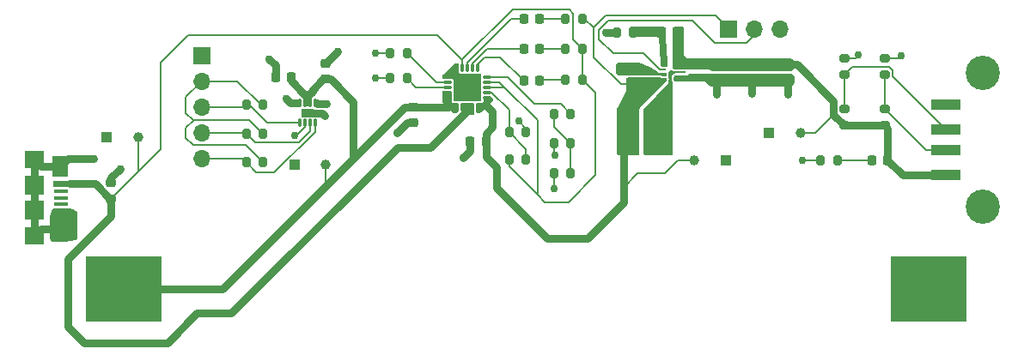
<source format=gbr>
%TF.GenerationSoftware,KiCad,Pcbnew,7.0.10*%
%TF.CreationDate,2025-04-27T19:33:47+02:00*%
%TF.ProjectId,projekt,70726f6a-656b-4742-9e6b-696361645f70,rev?*%
%TF.SameCoordinates,Original*%
%TF.FileFunction,Copper,L1,Top*%
%TF.FilePolarity,Positive*%
%FSLAX46Y46*%
G04 Gerber Fmt 4.6, Leading zero omitted, Abs format (unit mm)*
G04 Created by KiCad (PCBNEW 7.0.10) date 2025-04-27 19:33:47*
%MOMM*%
%LPD*%
G01*
G04 APERTURE LIST*
G04 Aperture macros list*
%AMRoundRect*
0 Rectangle with rounded corners*
0 $1 Rounding radius*
0 $2 $3 $4 $5 $6 $7 $8 $9 X,Y pos of 4 corners*
0 Add a 4 corners polygon primitive as box body*
4,1,4,$2,$3,$4,$5,$6,$7,$8,$9,$2,$3,0*
0 Add four circle primitives for the rounded corners*
1,1,$1+$1,$2,$3*
1,1,$1+$1,$4,$5*
1,1,$1+$1,$6,$7*
1,1,$1+$1,$8,$9*
0 Add four rect primitives between the rounded corners*
20,1,$1+$1,$2,$3,$4,$5,0*
20,1,$1+$1,$4,$5,$6,$7,0*
20,1,$1+$1,$6,$7,$8,$9,0*
20,1,$1+$1,$8,$9,$2,$3,0*%
%AMFreePoly0*
4,1,19,2.150000,-1.200000,1.177922,-1.200000,1.064578,-1.003895,0.918917,-0.830439,0.745359,-0.684899,0.549174,-0.571693,0.336318,-0.494257,0.113252,-0.454942,-0.113252,-0.454942,-0.336318,-0.494257,-0.549174,-0.571693,-0.745359,-0.684899,-0.918917,-0.830439,-1.064578,-1.003895,-1.177922,-1.200000,-2.150000,-1.200000,-2.150000,0.400000,2.150000,0.400000,2.150000,-1.200000,2.150000,-1.200000,
$1*%
%AMFreePoly1*
4,1,19,-1.064578,1.003895,-0.918917,0.830439,-0.745359,0.684899,-0.549174,0.571693,-0.336318,0.494257,-0.113252,0.454942,0.113252,0.454942,0.336318,0.494257,0.549174,0.571693,0.745359,0.684899,0.918917,0.830439,1.064578,1.003895,1.177922,1.200000,2.150000,1.200000,2.150000,-0.400000,-2.150000,-0.400000,-2.150000,1.200000,-1.177922,1.200000,-1.064578,1.003895,-1.064578,1.003895,
$1*%
G04 Aperture macros list end*
%TA.AperFunction,ComponentPad*%
%ADD10C,1.000000*%
%TD*%
%TA.AperFunction,ComponentPad*%
%ADD11R,1.000000X1.000000*%
%TD*%
%TA.AperFunction,SMDPad,CuDef*%
%ADD12RoundRect,0.200000X0.200000X0.275000X-0.200000X0.275000X-0.200000X-0.275000X0.200000X-0.275000X0*%
%TD*%
%TA.AperFunction,SMDPad,CuDef*%
%ADD13R,7.460000X6.470000*%
%TD*%
%TA.AperFunction,SMDPad,CuDef*%
%ADD14RoundRect,0.218750X-0.218750X-0.256250X0.218750X-0.256250X0.218750X0.256250X-0.218750X0.256250X0*%
%TD*%
%TA.AperFunction,SMDPad,CuDef*%
%ADD15RoundRect,0.200000X-0.200000X-0.275000X0.200000X-0.275000X0.200000X0.275000X-0.200000X0.275000X0*%
%TD*%
%TA.AperFunction,ComponentPad*%
%ADD16R,1.700000X1.700000*%
%TD*%
%TA.AperFunction,ComponentPad*%
%ADD17O,1.700000X1.700000*%
%TD*%
%TA.AperFunction,SMDPad,CuDef*%
%ADD18RoundRect,0.225000X0.250000X-0.225000X0.250000X0.225000X-0.250000X0.225000X-0.250000X-0.225000X0*%
%TD*%
%TA.AperFunction,SMDPad,CuDef*%
%ADD19FreePoly0,90.000000*%
%TD*%
%TA.AperFunction,SMDPad,CuDef*%
%ADD20FreePoly1,90.000000*%
%TD*%
%TA.AperFunction,SMDPad,CuDef*%
%ADD21RoundRect,0.033750X-0.101250X0.346250X-0.101250X-0.346250X0.101250X-0.346250X0.101250X0.346250X0*%
%TD*%
%TA.AperFunction,SMDPad,CuDef*%
%ADD22R,1.300000X0.900000*%
%TD*%
%TA.AperFunction,SMDPad,CuDef*%
%ADD23RoundRect,0.225000X-0.250000X0.225000X-0.250000X-0.225000X0.250000X-0.225000X0.250000X0.225000X0*%
%TD*%
%TA.AperFunction,SMDPad,CuDef*%
%ADD24R,1.350000X0.400000*%
%TD*%
%TA.AperFunction,SMDPad,CuDef*%
%ADD25R,1.600000X2.100000*%
%TD*%
%TA.AperFunction,SMDPad,CuDef*%
%ADD26R,1.900000X1.800000*%
%TD*%
%TA.AperFunction,SMDPad,CuDef*%
%ADD27R,1.900000X1.900000*%
%TD*%
%TA.AperFunction,SMDPad,CuDef*%
%ADD28RoundRect,0.200000X0.275000X-0.200000X0.275000X0.200000X-0.275000X0.200000X-0.275000X-0.200000X0*%
%TD*%
%TA.AperFunction,SMDPad,CuDef*%
%ADD29RoundRect,0.225000X0.225000X0.250000X-0.225000X0.250000X-0.225000X-0.250000X0.225000X-0.250000X0*%
%TD*%
%TA.AperFunction,SMDPad,CuDef*%
%ADD30RoundRect,0.065000X0.355000X0.065000X-0.355000X0.065000X-0.355000X-0.065000X0.355000X-0.065000X0*%
%TD*%
%TA.AperFunction,SMDPad,CuDef*%
%ADD31RoundRect,0.065000X0.065000X0.355000X-0.065000X0.355000X-0.065000X-0.355000X0.065000X-0.355000X0*%
%TD*%
%TA.AperFunction,SMDPad,CuDef*%
%ADD32R,2.700000X2.700000*%
%TD*%
%TA.AperFunction,SMDPad,CuDef*%
%ADD33R,2.880000X1.120000*%
%TD*%
%TA.AperFunction,ComponentPad*%
%ADD34C,3.376000*%
%TD*%
%TA.AperFunction,SMDPad,CuDef*%
%ADD35R,1.150000X0.350000*%
%TD*%
%TA.AperFunction,SMDPad,CuDef*%
%ADD36R,1.450000X0.200000*%
%TD*%
%TA.AperFunction,SMDPad,CuDef*%
%ADD37R,0.450000X0.250000*%
%TD*%
%TA.AperFunction,ViaPad*%
%ADD38C,0.750000*%
%TD*%
%TA.AperFunction,Conductor*%
%ADD39C,0.200000*%
%TD*%
%TA.AperFunction,Conductor*%
%ADD40C,0.750000*%
%TD*%
G04 APERTURE END LIST*
D10*
%TO.P,TP8,1,1*%
%TO.N,+5V_OUT*%
X197000000Y-73600000D03*
%TD*%
%TO.P,TP7,1,1*%
%TO.N,V_LOAD*%
X186500000Y-76300000D03*
%TD*%
%TO.P,TP6,1,1*%
%TO.N,+5V_CHARGE*%
X131700000Y-74000000D03*
%TD*%
%TO.P,TP5,1,1*%
%TO.N,+BATT*%
X150200000Y-76700000D03*
%TD*%
D11*
%TO.P,TP4,1,1*%
%TO.N,GND*%
X193900000Y-73600000D03*
%TD*%
%TO.P,TP3,1,1*%
%TO.N,GND*%
X189600000Y-76300000D03*
%TD*%
%TO.P,TP1,1,1*%
%TO.N,GND*%
X147100000Y-76700000D03*
%TD*%
%TO.P,TP2,1,1*%
%TO.N,GND*%
X128600000Y-74000000D03*
%TD*%
D12*
%TO.P,R2,1*%
%TO.N,V_MCU_LOGIC*%
X144000000Y-76500000D03*
%TO.P,R2,2*%
%TO.N,/SDA*%
X142350000Y-76500000D03*
%TD*%
D13*
%TO.P,BT1,P*%
%TO.N,+BATT*%
X130265000Y-89000000D03*
%TO.P,BT1,N*%
%TO.N,GND*%
X209605000Y-89000000D03*
%TD*%
D14*
%TO.P,D1,1,K*%
%TO.N,/PG*%
X169712500Y-68400000D03*
%TO.P,D1,2,A*%
%TO.N,Net-(D1-A)*%
X171287500Y-68400000D03*
%TD*%
D12*
%TO.P,R1,1*%
%TO.N,V_MCU_LOGIC*%
X144000000Y-73650000D03*
%TO.P,R1,2*%
%TO.N,/SCL*%
X142350000Y-73650000D03*
%TD*%
D15*
%TO.P,R16,1*%
%TO.N,Net-(D3-A)*%
X173825000Y-62300000D03*
%TO.P,R16,2*%
%TO.N,V_LOAD*%
X175475000Y-62300000D03*
%TD*%
D12*
%TO.P,R9,1*%
%TO.N,Net-(U3-PROG1)*%
X158200000Y-68200000D03*
%TO.P,R9,2*%
%TO.N,GND*%
X156550000Y-68200000D03*
%TD*%
D16*
%TO.P,J2,1,Pin_1*%
%TO.N,V_LOAD*%
X189900000Y-63300000D03*
D17*
%TO.P,J2,2,Pin_2*%
%TO.N,/EN*%
X192440000Y-63300000D03*
%TO.P,J2,3,Pin_3*%
%TO.N,GND*%
X194980000Y-63300000D03*
%TD*%
D12*
%TO.P,RT1,1*%
%TO.N,Net-(U3-THERM)*%
X174325000Y-71700000D03*
%TO.P,RT1,2*%
%TO.N,Net-(RT1-Pad2)*%
X172675000Y-71700000D03*
%TD*%
D18*
%TO.P,C1,1*%
%TO.N,+BATT*%
X150200000Y-68250000D03*
%TO.P,C1,2*%
%TO.N,GND*%
X150200000Y-66700000D03*
%TD*%
%TO.P,C5,1*%
%TO.N,+5V_CHARGE*%
X129000000Y-80075000D03*
%TO.P,C5,2*%
%TO.N,GND*%
X129000000Y-78525000D03*
%TD*%
D15*
%TO.P,R15,1*%
%TO.N,Net-(D2-A)*%
X173825000Y-65255000D03*
%TO.P,R15,2*%
%TO.N,+5V_CHARGE*%
X175475000Y-65255000D03*
%TD*%
D12*
%TO.P,R6,1*%
%TO.N,GND*%
X169925000Y-73500000D03*
%TO.P,R6,2*%
%TO.N,Net-(U3-VPCC)*%
X168275000Y-73500000D03*
%TD*%
D16*
%TO.P,J1,1,Pin_1*%
%TO.N,GND*%
X138000000Y-65925000D03*
D17*
%TO.P,J1,2,Pin_2*%
%TO.N,V_MCU_LOGIC*%
X138000000Y-68465000D03*
%TO.P,J1,3,Pin_3*%
%TO.N,/INT*%
X138000000Y-71005000D03*
%TO.P,J1,4,Pin_4*%
%TO.N,/SCL*%
X138000000Y-73545000D03*
%TO.P,J1,5,Pin_5*%
%TO.N,/SDA*%
X138000000Y-76085000D03*
%TD*%
D15*
%TO.P,R14,1*%
%TO.N,Net-(D1-A)*%
X173825000Y-68300000D03*
%TO.P,R14,2*%
%TO.N,+5V_CHARGE*%
X175475000Y-68300000D03*
%TD*%
D12*
%TO.P,R10,1*%
%TO.N,Net-(U3-PROG3)*%
X158200000Y-65700000D03*
%TO.P,R10,2*%
%TO.N,GND*%
X156550000Y-65700000D03*
%TD*%
D19*
%TO.P,L1,1,1*%
%TO.N,V_LOAD*%
X179550000Y-73500000D03*
D20*
%TO.P,L1,2,2*%
%TO.N,Net-(U2-SW)*%
X183050000Y-73500000D03*
%TD*%
D21*
%TO.P,U1,1,CTG*%
%TO.N,GND*%
X149125000Y-70617500D03*
%TO.P,U1,2,CELL*%
%TO.N,+BATT*%
X148625000Y-70617500D03*
%TO.P,U1,3,VDD*%
X148125000Y-70617500D03*
%TO.P,U1,4,GND*%
%TO.N,GND*%
X147625000Y-70617500D03*
%TO.P,U1,5,~{ALERT}*%
%TO.N,/INT*%
X147625000Y-72587500D03*
%TO.P,U1,6,QSTRT*%
%TO.N,GND*%
X148125000Y-72587500D03*
%TO.P,U1,7,SCL*%
%TO.N,/SCL*%
X148625000Y-72587500D03*
%TO.P,U1,8,SDA*%
%TO.N,/SDA*%
X149125000Y-72587500D03*
D22*
%TO.P,U1,9,EP*%
%TO.N,GND*%
X148375000Y-71602500D03*
%TD*%
D23*
%TO.P,C8,1*%
%TO.N,+BATT*%
X158800000Y-71025000D03*
%TO.P,C8,2*%
%TO.N,GND*%
X158800000Y-72575000D03*
%TD*%
D18*
%TO.P,C3,1*%
%TO.N,V_LOAD*%
X180400000Y-68775000D03*
%TO.P,C3,2*%
%TO.N,GND*%
X180400000Y-67225000D03*
%TD*%
D12*
%TO.P,R4,1*%
%TO.N,+5V_OUT*%
X184925000Y-63650000D03*
%TO.P,R4,2*%
%TO.N,Net-(U2-FB)*%
X183275000Y-63650000D03*
%TD*%
D14*
%TO.P,D4,1,K*%
%TO.N,Net-(D4-K)*%
X204012500Y-76300000D03*
%TO.P,D4,2,A*%
%TO.N,+5V_OUT*%
X205587500Y-76300000D03*
%TD*%
D12*
%TO.P,R3,1*%
%TO.N,V_MCU_LOGIC*%
X144000000Y-70800000D03*
%TO.P,R3,2*%
%TO.N,/INT*%
X142350000Y-70800000D03*
%TD*%
D15*
%TO.P,R5,1*%
%TO.N,+5V_CHARGE*%
X168275000Y-76200000D03*
%TO.P,R5,2*%
%TO.N,Net-(U3-VPCC)*%
X169925000Y-76200000D03*
%TD*%
D12*
%TO.P,R7,1*%
%TO.N,Net-(U2-FB)*%
X180525000Y-63650000D03*
%TO.P,R7,2*%
%TO.N,GND*%
X178875000Y-63650000D03*
%TD*%
D24*
%TO.P,J5,1,VUSB*%
%TO.N,+5V_CHARGE*%
X124115500Y-78680750D03*
%TO.P,J5,2,D-*%
%TO.N,unconnected-(J5-D--Pad2)*%
X124115500Y-79330750D03*
%TO.P,J5,3,D+*%
%TO.N,unconnected-(J5-D+-Pad3)*%
X124115500Y-79980750D03*
%TO.P,J5,4,ID*%
%TO.N,unconnected-(J5-ID-Pad4)*%
X124115500Y-80630750D03*
%TO.P,J5,5,GND*%
%TO.N,GND*%
X124115500Y-81280750D03*
D25*
%TO.P,J5,SH1,SHIELD*%
X123990500Y-76880750D03*
%TO.P,J5,SH2,SHIELD*%
X123990500Y-83080750D03*
D26*
%TO.P,J5,SH3,SHIELD*%
X121440500Y-76180750D03*
D27*
%TO.P,J5,SH4,SHIELD*%
X121440500Y-78780750D03*
%TO.P,J5,SH5,SHIELD*%
X121440500Y-81180750D03*
D26*
%TO.P,J5,SH6,SHIELD*%
X121440500Y-83780750D03*
%TD*%
D28*
%TO.P,R13,1*%
%TO.N,/D-*%
X205300000Y-67850000D03*
%TO.P,R13,2*%
%TO.N,GND*%
X205300000Y-66200000D03*
%TD*%
D29*
%TO.P,C2,1*%
%TO.N,+BATT*%
X146775000Y-68100000D03*
%TO.P,C2,2*%
%TO.N,GND*%
X145225000Y-68100000D03*
%TD*%
D12*
%TO.P,R17,1*%
%TO.N,Net-(D4-K)*%
X200625000Y-76260000D03*
%TO.P,R17,2*%
%TO.N,GND*%
X198975000Y-76260000D03*
%TD*%
D29*
%TO.P,C9,1*%
%TO.N,V_LOAD*%
X165975000Y-74400000D03*
%TO.P,C9,2*%
%TO.N,GND*%
X164425000Y-74400000D03*
%TD*%
D23*
%TO.P,C4,1*%
%TO.N,+5V_OUT*%
X188700000Y-66825000D03*
%TO.P,C4,2*%
%TO.N,GND*%
X188700000Y-68375000D03*
%TD*%
%TO.P,C7,1*%
%TO.N,+5V_OUT*%
X192200000Y-66850000D03*
%TO.P,C7,2*%
%TO.N,GND*%
X192200000Y-68400000D03*
%TD*%
D28*
%TO.P,R12,1*%
%TO.N,+5V_OUT*%
X205300000Y-72850000D03*
%TO.P,R12,2*%
%TO.N,/D-*%
X205300000Y-71200000D03*
%TD*%
D15*
%TO.P,TH1,1*%
%TO.N,GND*%
X172675000Y-77600000D03*
%TO.P,TH1,2*%
%TO.N,Net-(RT1-Pad2)*%
X174325000Y-77600000D03*
%TD*%
D12*
%TO.P,RT2,1*%
%TO.N,Net-(RT1-Pad2)*%
X174325000Y-74600000D03*
%TO.P,RT2,2*%
%TO.N,GND*%
X172675000Y-74600000D03*
%TD*%
D14*
%TO.P,D3,1,K*%
%TO.N,/LBO*%
X169712500Y-62340000D03*
%TO.P,D3,2,A*%
%TO.N,Net-(D3-A)*%
X171287500Y-62340000D03*
%TD*%
D30*
%TO.P,U3,1,OUT*%
%TO.N,V_LOAD*%
X166100000Y-70100000D03*
%TO.P,U3,2,VPCC*%
%TO.N,Net-(U3-VPCC)*%
X166100000Y-69600000D03*
%TO.P,U3,3,SEL*%
%TO.N,+5V_CHARGE*%
X166100000Y-69100000D03*
%TO.P,U3,4,PROG2*%
X166100000Y-68600000D03*
%TO.P,U3,5,THERM*%
%TO.N,Net-(U3-THERM)*%
X166100000Y-68100000D03*
D31*
%TO.P,U3,6,~{PG}*%
%TO.N,/PG*%
X165165000Y-67165000D03*
%TO.P,U3,7,STAT2*%
%TO.N,/STAT2*%
X164665000Y-67165000D03*
%TO.P,U3,8,STAT1/\u002ALBO*%
%TO.N,/LBO*%
X164165000Y-67165000D03*
%TO.P,U3,9,~{TE}*%
%TO.N,+5V_CHARGE*%
X163665000Y-67165000D03*
%TO.P,U3,10,VSS*%
%TO.N,GND*%
X163165000Y-67165000D03*
D30*
%TO.P,U3,11,VSS*%
X162230000Y-68100000D03*
%TO.P,U3,12,PROG3*%
%TO.N,Net-(U3-PROG3)*%
X162230000Y-68600000D03*
%TO.P,U3,13,PROG1*%
%TO.N,Net-(U3-PROG1)*%
X162230000Y-69100000D03*
%TO.P,U3,14,VBAT*%
%TO.N,+BATT*%
X162230000Y-69600000D03*
%TO.P,U3,15,VBAT*%
X162230000Y-70100000D03*
D31*
%TO.P,U3,16,VBAT_SENSE*%
X163165000Y-71035000D03*
%TO.P,U3,17,CE*%
%TO.N,+5V_CHARGE*%
X163665000Y-71035000D03*
%TO.P,U3,18,IN*%
X164165000Y-71035000D03*
%TO.P,U3,19,IN*%
X164665000Y-71035000D03*
%TO.P,U3,20,OUT*%
%TO.N,V_LOAD*%
X165165000Y-71035000D03*
D32*
%TO.P,U3,21,EP*%
%TO.N,GND*%
X164165000Y-69100000D03*
%TD*%
D28*
%TO.P,R8,1*%
%TO.N,+5V_OUT*%
X201300000Y-72850000D03*
%TO.P,R8,2*%
%TO.N,/D+*%
X201300000Y-71200000D03*
%TD*%
D33*
%TO.P,J4,01,VCC*%
%TO.N,+5V_OUT*%
X211335000Y-77765250D03*
%TO.P,J4,02,D-*%
%TO.N,/D-*%
X211335000Y-75265250D03*
%TO.P,J4,03,D+*%
%TO.N,/D+*%
X211335000Y-73265250D03*
%TO.P,J4,04,GND*%
%TO.N,GND*%
X211335000Y-70765250D03*
D34*
%TO.P,J4,SH1,SHIELD*%
X214915000Y-80835250D03*
%TO.P,J4,SH2,SHIELD*%
X214915000Y-67695250D03*
%TD*%
D23*
%TO.P,C6,1*%
%TO.N,+5V_OUT*%
X195700000Y-66850000D03*
%TO.P,C6,2*%
%TO.N,GND*%
X195700000Y-68400000D03*
%TD*%
D35*
%TO.P,U2,1,GND*%
%TO.N,GND*%
X185161000Y-68150000D03*
D36*
%TO.P,U2,2,SW*%
%TO.N,Net-(U2-SW)*%
X185011000Y-67600000D03*
D35*
%TO.P,U2,3,VOUT*%
%TO.N,+5V_OUT*%
X185161000Y-67050000D03*
D37*
%TO.P,U2,4,FB*%
%TO.N,Net-(U2-FB)*%
X183561000Y-66850000D03*
%TO.P,U2,5,EN*%
%TO.N,/EN*%
X183561000Y-67350000D03*
%TO.P,U2,6,MODE*%
%TO.N,GND*%
X183561000Y-67850000D03*
%TO.P,U2,7,VIN*%
%TO.N,V_LOAD*%
X183561000Y-68350000D03*
%TD*%
D28*
%TO.P,R11,1*%
%TO.N,/D+*%
X201300000Y-67850000D03*
%TO.P,R11,2*%
%TO.N,GND*%
X201300000Y-66200000D03*
%TD*%
D14*
%TO.P,D2,1,K*%
%TO.N,/STAT2*%
X169712500Y-65300000D03*
%TO.P,D2,2,A*%
%TO.N,Net-(D2-A)*%
X171287500Y-65300000D03*
%TD*%
D38*
%TO.N,GND*%
X163600000Y-69700000D03*
X155100000Y-68200000D03*
X147100000Y-73800000D03*
X155100000Y-65700000D03*
X197200000Y-76300000D03*
X206900000Y-66000000D03*
X212300000Y-70800000D03*
X163750000Y-76050000D03*
X157200000Y-73600000D03*
X211300000Y-70800000D03*
X195700000Y-69800000D03*
X150300000Y-70700000D03*
X210300000Y-70800000D03*
X188700000Y-69800000D03*
X151400000Y-65500000D03*
X164700000Y-69700000D03*
X177800000Y-63700000D03*
X127300000Y-76100000D03*
X211600000Y-89000000D03*
X172700000Y-79100000D03*
X129900000Y-77100000D03*
X192200000Y-69700000D03*
X211600000Y-91000000D03*
X209600000Y-91000000D03*
X125300000Y-83700000D03*
X202700000Y-65900000D03*
X211600000Y-87000000D03*
X207600000Y-89000000D03*
X179300000Y-67200000D03*
X207600000Y-91000000D03*
X146300000Y-70200000D03*
X209600000Y-87000000D03*
X209600000Y-89000000D03*
X163600000Y-68500000D03*
X164700000Y-68500000D03*
X125300000Y-81700000D03*
X144600000Y-66300000D03*
X150100000Y-71900000D03*
X207600000Y-87000000D03*
X172800000Y-75800000D03*
X169200000Y-72400000D03*
X125300000Y-82700000D03*
%TD*%
D39*
%TO.N,+BATT*%
X150200000Y-78803102D02*
X150001551Y-79001551D01*
X150200000Y-76700000D02*
X150200000Y-78803102D01*
D40*
X150001551Y-79001551D02*
X152901551Y-76101551D01*
X140003102Y-89000000D02*
X150001551Y-79001551D01*
D39*
%TO.N,+5V_OUT*%
X198450000Y-73600000D02*
X200250000Y-71800000D01*
X197000000Y-73600000D02*
X198450000Y-73600000D01*
%TO.N,+5V_CHARGE*%
X131700000Y-77375000D02*
X131537500Y-77537500D01*
X131700000Y-74000000D02*
X131700000Y-77375000D01*
X131537500Y-77537500D02*
X129000000Y-80075000D01*
X133900000Y-75175000D02*
X131537500Y-77537500D01*
%TO.N,V_LOAD*%
X183600000Y-77600000D02*
X180950000Y-77600000D01*
X184900000Y-76300000D02*
X183600000Y-77600000D01*
X180950000Y-77600000D02*
X179550000Y-79000000D01*
X186500000Y-76300000D02*
X184900000Y-76300000D01*
D40*
X179550000Y-79000000D02*
X179550000Y-80450000D01*
X179550000Y-73500000D02*
X179550000Y-79000000D01*
%TO.N,GND*%
X124771250Y-76100000D02*
X123990500Y-76880750D01*
X127300000Y-76100000D02*
X124771250Y-76100000D01*
D39*
%TO.N,V_MCU_LOGIC*%
X142300000Y-74800000D02*
X144000000Y-76500000D01*
X137100000Y-74800000D02*
X142300000Y-74800000D01*
X136400000Y-74100000D02*
X137100000Y-74800000D01*
X136400000Y-73100000D02*
X136400000Y-74100000D01*
X137668654Y-72300000D02*
X137200000Y-72300000D01*
X137200000Y-72300000D02*
X136400000Y-73100000D01*
X144000000Y-73650000D02*
X142650000Y-72300000D01*
X142650000Y-72300000D02*
X137668654Y-72300000D01*
X137100000Y-72300000D02*
X137668654Y-72300000D01*
X136400000Y-71600000D02*
X137100000Y-72300000D01*
X136400000Y-70065000D02*
X136400000Y-71600000D01*
X138000000Y-68465000D02*
X136400000Y-70065000D01*
D40*
%TO.N,+BATT*%
X149950000Y-68250000D02*
X150650000Y-68250000D01*
X152901551Y-70501551D02*
X152901551Y-76101551D01*
X146775000Y-68458162D02*
X148158419Y-69841581D01*
X150650000Y-68250000D02*
X152901551Y-70501551D01*
X152901551Y-76101551D02*
X158003102Y-71000000D01*
X158003102Y-71000000D02*
X162300000Y-71000000D01*
X146775000Y-68100000D02*
X146775000Y-68458162D01*
X148800000Y-69400000D02*
X149950000Y-68250000D01*
X130265000Y-89000000D02*
X140003102Y-89000000D01*
X148800000Y-69600000D02*
X148800000Y-69400000D01*
%TO.N,GND*%
X195700000Y-68400000D02*
X195700000Y-69800000D01*
D39*
X205300000Y-66200000D02*
X206700000Y-66200000D01*
D40*
X122140500Y-76880750D02*
X121440500Y-76180750D01*
X146717500Y-70617500D02*
X147415000Y-70617500D01*
D39*
X148125000Y-72587500D02*
X148125000Y-73007928D01*
D40*
X192200000Y-68400000D02*
X192200000Y-69700000D01*
X145225000Y-68100000D02*
X145225000Y-66925000D01*
X188700000Y-68375000D02*
X188700000Y-69800000D01*
X164425000Y-75375000D02*
X164425000Y-74400000D01*
X146300000Y-70200000D02*
X146717500Y-70617500D01*
X178875000Y-63650000D02*
X177850000Y-63650000D01*
X177850000Y-63650000D02*
X177800000Y-63700000D01*
X148375000Y-71602500D02*
X149802500Y-71602500D01*
X150200000Y-66700000D02*
X151400000Y-65500000D01*
X123990500Y-76880750D02*
X122140500Y-76880750D01*
D39*
X156550000Y-65700000D02*
X155100000Y-65700000D01*
D40*
X121440500Y-81180750D02*
X121440500Y-78780750D01*
D39*
X172675000Y-77600000D02*
X172675000Y-79075000D01*
X169925000Y-73125000D02*
X169200000Y-72400000D01*
X201300000Y-66200000D02*
X202400000Y-66200000D01*
X172675000Y-74600000D02*
X172675000Y-75675000D01*
D40*
X157200000Y-73600000D02*
X158225000Y-72575000D01*
X123990500Y-83080750D02*
X122140500Y-83080750D01*
X150300000Y-70700000D02*
X149335000Y-70700000D01*
X129900000Y-77100000D02*
X129000000Y-78000000D01*
D39*
X169925000Y-73500000D02*
X169925000Y-73125000D01*
X148125000Y-73007928D02*
X147332928Y-73800000D01*
X172675000Y-75675000D02*
X172800000Y-75800000D01*
D40*
X149335000Y-70700000D02*
X149335000Y-70617500D01*
D39*
X206700000Y-66200000D02*
X206900000Y-66000000D01*
X198975000Y-76260000D02*
X197240000Y-76260000D01*
D40*
X145225000Y-66925000D02*
X144600000Y-66300000D01*
X158225000Y-72575000D02*
X158800000Y-72575000D01*
X149802500Y-71602500D02*
X150100000Y-71900000D01*
D39*
X197240000Y-76260000D02*
X197200000Y-76300000D01*
D40*
X163750000Y-76050000D02*
X164425000Y-75375000D01*
D39*
X156550000Y-68200000D02*
X155100000Y-68200000D01*
D40*
X121440500Y-83780750D02*
X121440500Y-81180750D01*
D39*
X147332928Y-73800000D02*
X147100000Y-73800000D01*
D40*
X129000000Y-78000000D02*
X129000000Y-78525000D01*
D39*
X202400000Y-66200000D02*
X202700000Y-65900000D01*
X172675000Y-79075000D02*
X172700000Y-79100000D01*
D40*
X121440500Y-78780750D02*
X121440500Y-76180750D01*
X122140500Y-83080750D02*
X121440500Y-83780750D01*
%TO.N,V_LOAD*%
X165975000Y-75975000D02*
X165975000Y-74400000D01*
X167000000Y-79000000D02*
X167000000Y-77000000D01*
D39*
X188600000Y-62000000D02*
X189900000Y-63300000D01*
X176600000Y-63200000D02*
X177800000Y-62000000D01*
X175700000Y-62300000D02*
X176600000Y-63200000D01*
X177800000Y-62000000D02*
X188600000Y-62000000D01*
D40*
X165975000Y-74400000D02*
X165975000Y-73625000D01*
X179550000Y-80450000D02*
X176000000Y-84000000D01*
X166600000Y-71500000D02*
X166000000Y-70900000D01*
X176000000Y-84000000D02*
X172000000Y-84000000D01*
D39*
X179275000Y-68775000D02*
X176600000Y-66100000D01*
D40*
X166600000Y-73000000D02*
X166600000Y-71500000D01*
X165975000Y-73625000D02*
X166600000Y-73000000D01*
X167000000Y-77000000D02*
X165975000Y-75975000D01*
D39*
X180400000Y-68775000D02*
X179275000Y-68775000D01*
X176600000Y-66100000D02*
X176600000Y-63200000D01*
X175475000Y-62300000D02*
X175700000Y-62300000D01*
D40*
X172000000Y-84000000D02*
X167000000Y-79000000D01*
%TO.N,+5V_OUT*%
X200250000Y-70450000D02*
X196650000Y-66850000D01*
X201300000Y-72850000D02*
X200250000Y-71800000D01*
X196650000Y-66850000D02*
X195700000Y-66850000D01*
X205587500Y-76300000D02*
X205587500Y-73137500D01*
X207052750Y-77765250D02*
X205587500Y-76300000D01*
X201300000Y-72850000D02*
X205300000Y-72850000D01*
X211335000Y-77765250D02*
X207052750Y-77765250D01*
X205587500Y-73137500D02*
X205300000Y-72850000D01*
X200250000Y-71800000D02*
X200250000Y-70450000D01*
%TO.N,+5V_CHARGE*%
X124800000Y-86000000D02*
X129000000Y-81800000D01*
D39*
X166100000Y-69100000D02*
X167800000Y-69100000D01*
X174100000Y-80400000D02*
X171800000Y-80400000D01*
X136600000Y-63900000D02*
X133900000Y-66600000D01*
X175475000Y-68300000D02*
X176800000Y-69625000D01*
X163665000Y-66335000D02*
X168600000Y-61400000D01*
D40*
X129000000Y-80075000D02*
X128937394Y-80075000D01*
X126400000Y-94300000D02*
X124800000Y-92700000D01*
D39*
X161200000Y-63900000D02*
X136600000Y-63900000D01*
D40*
X140900000Y-91400000D02*
X137500000Y-91400000D01*
X164165000Y-71035000D02*
X164165000Y-71361898D01*
X124800000Y-92700000D02*
X124800000Y-86000000D01*
D39*
X174200000Y-61400000D02*
X174600000Y-61800000D01*
X174600000Y-61800000D02*
X174600000Y-64380000D01*
X166100000Y-68600000D02*
X167300000Y-68600000D01*
X176800000Y-77700000D02*
X174100000Y-80400000D01*
X163665000Y-66595640D02*
X163665000Y-66365000D01*
X168600000Y-61400000D02*
X174200000Y-61400000D01*
X171800000Y-80400000D02*
X171050000Y-79650000D01*
X171050000Y-79650000D02*
X168275000Y-76875000D01*
X163665000Y-67165000D02*
X163665000Y-66595640D01*
D40*
X128937394Y-80075000D02*
X127462394Y-78600000D01*
D39*
X167300000Y-68600000D02*
X167800000Y-69100000D01*
D40*
X137500000Y-91400000D02*
X134600000Y-94300000D01*
X164165000Y-71361898D02*
X160526898Y-75000000D01*
D39*
X133900000Y-66600000D02*
X133900000Y-75175000D01*
X167800000Y-69100000D02*
X171050000Y-72350000D01*
X171050000Y-72350000D02*
X171050000Y-79650000D01*
D40*
X129000000Y-81800000D02*
X129000000Y-80075000D01*
D39*
X176800000Y-69625000D02*
X176800000Y-77700000D01*
X163665000Y-66595640D02*
X163665000Y-66335000D01*
X168275000Y-76875000D02*
X168275000Y-76200000D01*
X174600000Y-64380000D02*
X175475000Y-65255000D01*
D40*
X134600000Y-94300000D02*
X126400000Y-94300000D01*
X160526898Y-75000000D02*
X157300000Y-75000000D01*
D39*
X163665000Y-66365000D02*
X161200000Y-63900000D01*
D40*
X127462394Y-78600000D02*
X125100000Y-78600000D01*
X157300000Y-75000000D02*
X140900000Y-91400000D01*
D39*
X175475000Y-65255000D02*
X175475000Y-68300000D01*
%TO.N,/SCL*%
X142245000Y-73545000D02*
X142350000Y-73650000D01*
X138000000Y-73545000D02*
X142245000Y-73545000D01*
X143200000Y-74500000D02*
X142350000Y-73650000D01*
X147534314Y-74500000D02*
X143200000Y-74500000D01*
X148625000Y-73409314D02*
X147534314Y-74500000D01*
X148625000Y-72587500D02*
X148625000Y-73409314D01*
%TO.N,/SDA*%
X149125000Y-72587500D02*
X149125000Y-73475000D01*
X138000000Y-76085000D02*
X141935000Y-76085000D01*
X143350000Y-77500000D02*
X142350000Y-76500000D01*
X141935000Y-76085000D02*
X142350000Y-76500000D01*
X149125000Y-73475000D02*
X145100000Y-77500000D01*
X145100000Y-77500000D02*
X143350000Y-77500000D01*
%TO.N,/INT*%
X142612352Y-70800000D02*
X142375000Y-70800000D01*
X142170000Y-71005000D02*
X142375000Y-70800000D01*
X147625000Y-72587500D02*
X144399852Y-72587500D01*
X138000000Y-71005000D02*
X142170000Y-71005000D01*
X144399852Y-72587500D02*
X142612352Y-70800000D01*
%TO.N,/PG*%
X165165000Y-66792698D02*
X165165000Y-67165000D01*
X169612500Y-68340000D02*
X167372500Y-66100000D01*
X167372500Y-66100000D02*
X165857698Y-66100000D01*
X165857698Y-66100000D02*
X165165000Y-66792698D01*
%TO.N,/STAT2*%
X164665000Y-66727012D02*
X164665000Y-67165000D01*
X166097012Y-65295000D02*
X164665000Y-66727012D01*
X169612500Y-65295000D02*
X166097012Y-65295000D01*
%TO.N,/D-*%
X209365250Y-75265250D02*
X205300000Y-71200000D01*
X211335000Y-75265250D02*
X209365250Y-75265250D01*
X205300000Y-71200000D02*
X205300000Y-67850000D01*
%TO.N,/D+*%
X206075000Y-68005250D02*
X206075000Y-67437352D01*
X206075000Y-67437352D02*
X205737648Y-67100000D01*
X201300000Y-67850000D02*
X201300000Y-71200000D01*
X205737648Y-67100000D02*
X202050000Y-67100000D01*
X202050000Y-67100000D02*
X201300000Y-67850000D01*
X211335000Y-73265250D02*
X206075000Y-68005250D01*
%TO.N,Net-(U3-VPCC)*%
X166537988Y-69600000D02*
X168275000Y-71337012D01*
X168275000Y-71337012D02*
X168275000Y-73500000D01*
X169925000Y-75150000D02*
X168275000Y-73500000D01*
X169925000Y-76200000D02*
X169925000Y-75150000D01*
X166100000Y-69600000D02*
X166537988Y-69600000D01*
%TO.N,Net-(U3-PROG1)*%
X159100000Y-69100000D02*
X158200000Y-68200000D01*
X162230000Y-69100000D02*
X159100000Y-69100000D01*
%TO.N,Net-(U3-PROG3)*%
X162230000Y-68600000D02*
X161100000Y-68600000D01*
X161100000Y-68600000D02*
X158200000Y-65700000D01*
%TO.N,Net-(U3-THERM)*%
X173350000Y-70725000D02*
X174325000Y-71700000D01*
X166100000Y-68100000D02*
X168097814Y-68100000D01*
X170722814Y-70725000D02*
X173350000Y-70725000D01*
X168097814Y-68100000D02*
X170722814Y-70725000D01*
%TO.N,Net-(RT1-Pad2)*%
X172675000Y-71700000D02*
X172675000Y-72950000D01*
X172675000Y-72950000D02*
X174325000Y-74600000D01*
X174325000Y-77600000D02*
X174325000Y-74600000D01*
%TO.N,Net-(D4-K)*%
X200665000Y-76300000D02*
X200625000Y-76260000D01*
X204012500Y-76300000D02*
X200665000Y-76300000D01*
%TO.N,V_MCU_LOGIC*%
X141465000Y-68465000D02*
X143800000Y-70800000D01*
X143800000Y-70800000D02*
X144025000Y-70800000D01*
X138000000Y-68465000D02*
X141465000Y-68465000D01*
%TO.N,/LBO*%
X168486326Y-62340000D02*
X169712500Y-62340000D01*
X164165000Y-67165000D02*
X164165000Y-66661326D01*
X164165000Y-66661326D02*
X168486326Y-62340000D01*
%TO.N,Net-(D2-A)*%
X173785000Y-65295000D02*
X173825000Y-65255000D01*
X171187500Y-65295000D02*
X173785000Y-65295000D01*
%TO.N,Net-(D1-A)*%
X171187500Y-68340000D02*
X173785000Y-68340000D01*
X173785000Y-68340000D02*
X173825000Y-68300000D01*
%TO.N,/EN*%
X181461000Y-65700000D02*
X178500000Y-65700000D01*
X177125000Y-63420405D02*
X178045405Y-62500000D01*
X188500000Y-64700000D02*
X191700000Y-64700000D01*
X186300000Y-62500000D02*
X188500000Y-64700000D01*
X178045405Y-62500000D02*
X186300000Y-62500000D01*
X183111000Y-67350000D02*
X181461000Y-65700000D01*
X191700000Y-64700000D02*
X192440000Y-63960000D01*
X177125000Y-64325000D02*
X177125000Y-63420405D01*
X178500000Y-65700000D02*
X177125000Y-64325000D01*
X192440000Y-63960000D02*
X192440000Y-63300000D01*
X183561000Y-67350000D02*
X183111000Y-67350000D01*
%TO.N,Net-(D3-A)*%
X171287500Y-62340000D02*
X173785000Y-62340000D01*
X173785000Y-62340000D02*
X173825000Y-62300000D01*
%TD*%
%TA.AperFunction,Conductor*%
%TO.N,GND*%
G36*
X180961918Y-66600561D02*
G01*
X180988486Y-66603405D01*
X181009075Y-66607865D01*
X181034430Y-66616267D01*
X181044250Y-66620113D01*
X182100000Y-67100000D01*
X182699708Y-67372594D01*
X182728744Y-67392715D01*
X182852436Y-67516407D01*
X182860537Y-67527647D01*
X182861516Y-67526909D01*
X182867044Y-67534230D01*
X182901724Y-67565845D01*
X182905032Y-67569003D01*
X182918203Y-67582174D01*
X182918295Y-67582237D01*
X182929042Y-67590750D01*
X182950064Y-67609914D01*
X182950065Y-67609914D01*
X182950067Y-67609916D01*
X182959230Y-67613466D01*
X182979416Y-67624105D01*
X182987519Y-67629656D01*
X183015215Y-67636170D01*
X183028293Y-67640220D01*
X183054827Y-67650500D01*
X183064652Y-67650500D01*
X183087316Y-67653129D01*
X183096881Y-67655379D01*
X183121958Y-67651880D01*
X183125054Y-67651449D01*
X183138731Y-67650500D01*
X183207732Y-67650500D01*
X183247723Y-67662630D01*
X183248757Y-67660134D01*
X183257764Y-67663863D01*
X183257769Y-67663867D01*
X183302231Y-67672711D01*
X183316241Y-67675498D01*
X183316246Y-67675498D01*
X183316252Y-67675500D01*
X183695500Y-67675500D01*
X183753691Y-67694407D01*
X183789655Y-67743907D01*
X183794500Y-67774500D01*
X183794500Y-67871000D01*
X183775593Y-67929191D01*
X183726093Y-67965155D01*
X183695500Y-67970000D01*
X183367548Y-67970000D01*
X183312545Y-67953314D01*
X183301335Y-67945823D01*
X183301328Y-67945819D01*
X183246820Y-67920037D01*
X183246817Y-67920036D01*
X183246814Y-67920035D01*
X183246812Y-67920034D01*
X183191810Y-67903349D01*
X183191808Y-67903348D01*
X183191806Y-67903348D01*
X183132159Y-67894500D01*
X183132155Y-67894500D01*
X180009752Y-67894500D01*
X180002428Y-67894859D01*
X179989604Y-67895489D01*
X179989603Y-67895489D01*
X179970323Y-67897388D01*
X179970270Y-67897394D01*
X179960672Y-67898818D01*
X179959936Y-67898928D01*
X179945408Y-67900000D01*
X179092595Y-67900000D01*
X179073281Y-67898098D01*
X179055192Y-67894500D01*
X179025618Y-67888617D01*
X178989932Y-67873835D01*
X178949531Y-67846840D01*
X178934528Y-67834528D01*
X178865471Y-67765471D01*
X178853159Y-67750468D01*
X178826164Y-67710067D01*
X178811382Y-67674379D01*
X178801902Y-67626718D01*
X178800000Y-67607405D01*
X178800000Y-66892594D01*
X178801902Y-66873281D01*
X178811382Y-66825620D01*
X178826162Y-66789935D01*
X178853164Y-66749524D01*
X178865466Y-66734533D01*
X178934533Y-66665466D01*
X178949524Y-66653164D01*
X178989935Y-66626162D01*
X179025618Y-66611382D01*
X179060054Y-66604533D01*
X179073282Y-66601902D01*
X179092595Y-66600000D01*
X180951398Y-66600000D01*
X180961918Y-66600561D01*
G37*
%TD.AperFunction*%
%TD*%
%TA.AperFunction,Conductor*%
%TO.N,+5V_CHARGE*%
G36*
X125317183Y-78218907D02*
G01*
X125328996Y-78228996D01*
X125371004Y-78271004D01*
X125398781Y-78325521D01*
X125400000Y-78341008D01*
X125400000Y-78858992D01*
X125381093Y-78917183D01*
X125371004Y-78928996D01*
X125328996Y-78971004D01*
X125274479Y-78998781D01*
X125258992Y-79000000D01*
X125100000Y-79000000D01*
X124985739Y-79000000D01*
X124930737Y-78983315D01*
X124868733Y-78941884D01*
X124868731Y-78941883D01*
X124868728Y-78941882D01*
X124868727Y-78941882D01*
X124810258Y-78930251D01*
X124810248Y-78930250D01*
X123420752Y-78930250D01*
X123420744Y-78930250D01*
X123418304Y-78930736D01*
X123417175Y-78930602D01*
X123415908Y-78930727D01*
X123415880Y-78930448D01*
X123357544Y-78923538D01*
X123312618Y-78882001D01*
X123300000Y-78833636D01*
X123300000Y-78441008D01*
X123318907Y-78382817D01*
X123328996Y-78371004D01*
X123371004Y-78328996D01*
X123425521Y-78301219D01*
X123441008Y-78300000D01*
X124700001Y-78300000D01*
X124800000Y-78300000D01*
X124888106Y-78252683D01*
X124893790Y-78250482D01*
X124893829Y-78250584D01*
X124909989Y-78244324D01*
X125074316Y-78202991D01*
X125098465Y-78200000D01*
X125258992Y-78200000D01*
X125317183Y-78218907D01*
G37*
%TD.AperFunction*%
%TD*%
%TA.AperFunction,Conductor*%
%TO.N,+BATT*%
G36*
X149218192Y-69470035D02*
G01*
X149232825Y-69476096D01*
X149279351Y-69515833D01*
X149286401Y-69529669D01*
X149290811Y-69540315D01*
X149296446Y-69597520D01*
X149288616Y-69636881D01*
X149273835Y-69672567D01*
X149246840Y-69712968D01*
X149234528Y-69727970D01*
X149000000Y-69962499D01*
X148949998Y-70012501D01*
X148949995Y-70012504D01*
X148900000Y-70062500D01*
X148900000Y-70072206D01*
X148854864Y-70102365D01*
X148803093Y-70179847D01*
X148803091Y-70179853D01*
X148789501Y-70248169D01*
X148789500Y-70248181D01*
X148789500Y-70410907D01*
X148781964Y-70448792D01*
X148774314Y-70467258D01*
X148774312Y-70467267D01*
X148759500Y-70579779D01*
X148759500Y-70655790D01*
X148758653Y-70668712D01*
X148754534Y-70699999D01*
X148754534Y-70700000D01*
X148759500Y-70737720D01*
X148772976Y-70840078D01*
X148761826Y-70900238D01*
X148717444Y-70942356D01*
X148674823Y-70952000D01*
X148059500Y-70952000D01*
X148001309Y-70933093D01*
X147965345Y-70883593D01*
X147960500Y-70853000D01*
X147960500Y-70824092D01*
X147968035Y-70786208D01*
X147975687Y-70767736D01*
X147995466Y-70617500D01*
X147975687Y-70467264D01*
X147968036Y-70448792D01*
X147960500Y-70410907D01*
X147960500Y-70248181D01*
X147960498Y-70248169D01*
X147950379Y-70197302D01*
X147946908Y-70179850D01*
X147900000Y-70109646D01*
X147900000Y-70100000D01*
X147762499Y-69962499D01*
X147565471Y-69765470D01*
X147553159Y-69750468D01*
X147538126Y-69727970D01*
X147526163Y-69710066D01*
X147511382Y-69674379D01*
X147501902Y-69626718D01*
X147500000Y-69607405D01*
X147500000Y-69594283D01*
X147503373Y-69568661D01*
X147509043Y-69547499D01*
X147534664Y-69503119D01*
X147540619Y-69497164D01*
X147584998Y-69471543D01*
X147606161Y-69465872D01*
X147631783Y-69462500D01*
X149180309Y-69462500D01*
X149218192Y-69470035D01*
G37*
%TD.AperFunction*%
%TD*%
%TA.AperFunction,Conductor*%
%TO.N,Net-(U2-FB)*%
G36*
X183509561Y-63101902D02*
G01*
X183557222Y-63111382D01*
X183592908Y-63126163D01*
X183625050Y-63147640D01*
X183652359Y-63174949D01*
X183673328Y-63206330D01*
X183673835Y-63207089D01*
X183688616Y-63242775D01*
X183698097Y-63290436D01*
X183700000Y-63309751D01*
X183700000Y-64200000D01*
X183700689Y-64208275D01*
X183700690Y-64208279D01*
X183899221Y-66590662D01*
X183899371Y-66592716D01*
X183899698Y-66597955D01*
X183899868Y-66602047D01*
X183899978Y-66607295D01*
X183900000Y-66609370D01*
X183900000Y-66890248D01*
X183898098Y-66909562D01*
X183891086Y-66944814D01*
X183861189Y-66998198D01*
X183805624Y-67023814D01*
X183793988Y-67024500D01*
X183316249Y-67024500D01*
X183315812Y-67024543D01*
X183315616Y-67024500D01*
X183311388Y-67024500D01*
X183311388Y-67023572D01*
X183256049Y-67011426D01*
X183215410Y-66965687D01*
X183209017Y-66945332D01*
X183201902Y-66909561D01*
X183200000Y-66890248D01*
X183200000Y-66608337D01*
X183200000Y-66608319D01*
X183200000Y-66600000D01*
X183000000Y-64200000D01*
X182800000Y-64100000D01*
X182752786Y-64100000D01*
X182752785Y-64100000D01*
X180309752Y-64100000D01*
X180290438Y-64098098D01*
X180274470Y-64094921D01*
X180242775Y-64088617D01*
X180207089Y-64073835D01*
X180206330Y-64073328D01*
X180174949Y-64052359D01*
X180147640Y-64025050D01*
X180126163Y-63992908D01*
X180111382Y-63957222D01*
X180101902Y-63909561D01*
X180100000Y-63890248D01*
X180100000Y-63309751D01*
X180101902Y-63290438D01*
X180111382Y-63242777D01*
X180126162Y-63207092D01*
X180147642Y-63174946D01*
X180174946Y-63147642D01*
X180207092Y-63126162D01*
X180242775Y-63111382D01*
X180268021Y-63106360D01*
X180290439Y-63101902D01*
X180309752Y-63100000D01*
X183490248Y-63100000D01*
X183509561Y-63101902D01*
G37*
%TD.AperFunction*%
%TD*%
%TA.AperFunction,Conductor*%
%TO.N,GND*%
G36*
X124984868Y-81033522D02*
G01*
X125001962Y-81038235D01*
X125300000Y-81150000D01*
X125577386Y-81254020D01*
X125623995Y-81290327D01*
X125682370Y-81374561D01*
X125700000Y-81430951D01*
X125700000Y-83965199D01*
X125681093Y-84023390D01*
X125678224Y-84027146D01*
X125624157Y-84094546D01*
X125572997Y-84128107D01*
X125568409Y-84129242D01*
X124902904Y-84277132D01*
X124892231Y-84278898D01*
X124705384Y-84299409D01*
X124694581Y-84300000D01*
X123319693Y-84300000D01*
X123281807Y-84292464D01*
X123147483Y-84236825D01*
X123115365Y-84215365D01*
X123084634Y-84184634D01*
X123063174Y-84152515D01*
X123007536Y-84018192D01*
X123000000Y-83980307D01*
X123000000Y-82107228D01*
X123001049Y-82092852D01*
X123027687Y-81911353D01*
X123030808Y-81897305D01*
X123261843Y-81127186D01*
X123296674Y-81076884D01*
X123297395Y-81076340D01*
X123335959Y-81047648D01*
X123393926Y-81028082D01*
X123414362Y-81029979D01*
X123420752Y-81031250D01*
X123420757Y-81031250D01*
X124810247Y-81031250D01*
X124810248Y-81031250D01*
X124810249Y-81031249D01*
X124810255Y-81031249D01*
X124829879Y-81027345D01*
X124868731Y-81019617D01*
X124868732Y-81019615D01*
X124869084Y-81019546D01*
X124906061Y-81019232D01*
X124984868Y-81033522D01*
G37*
%TD.AperFunction*%
%TD*%
%TA.AperFunction,Conductor*%
%TO.N,V_LOAD*%
G36*
X166460699Y-69949406D02*
G01*
X166472512Y-69959495D01*
X166636004Y-70122987D01*
X166663781Y-70177504D01*
X166665000Y-70192991D01*
X166665000Y-70307405D01*
X166663097Y-70326720D01*
X166653616Y-70374381D01*
X166638835Y-70410067D01*
X166611840Y-70450468D01*
X166599528Y-70465471D01*
X165530471Y-71534528D01*
X165515468Y-71546840D01*
X165475067Y-71573835D01*
X165439381Y-71588616D01*
X165391720Y-71598097D01*
X165372405Y-71600000D01*
X165174752Y-71600000D01*
X165155438Y-71598098D01*
X165139470Y-71594921D01*
X165107775Y-71588617D01*
X165072088Y-71573834D01*
X165039952Y-71552361D01*
X165012638Y-71525047D01*
X165005520Y-71514394D01*
X164988912Y-71455506D01*
X164990737Y-71440091D01*
X164995500Y-71416147D01*
X164995499Y-70749499D01*
X165014406Y-70691309D01*
X165063906Y-70655345D01*
X165094499Y-70650500D01*
X165534747Y-70650500D01*
X165534748Y-70650500D01*
X165593231Y-70638867D01*
X165651399Y-70600000D01*
X165665000Y-70600000D01*
X165665000Y-70586398D01*
X165703867Y-70528231D01*
X165715500Y-70469748D01*
X165715500Y-70029499D01*
X165734407Y-69971308D01*
X165783907Y-69935344D01*
X165814494Y-69930499D01*
X166402508Y-69930499D01*
X166460699Y-69949406D01*
G37*
%TD.AperFunction*%
%TD*%
%TA.AperFunction,Conductor*%
%TO.N,Net-(U2-SW)*%
G36*
X184327528Y-67418907D02*
G01*
X184336540Y-67426304D01*
X184337035Y-67426762D01*
X184343422Y-67432216D01*
X184348857Y-67436858D01*
X184418815Y-67476036D01*
X184477006Y-67494943D01*
X184489706Y-67496954D01*
X184540504Y-67505000D01*
X184540508Y-67505000D01*
X184573408Y-67505000D01*
X184631599Y-67523907D01*
X184667563Y-67573407D01*
X184667563Y-67634593D01*
X184631599Y-67684093D01*
X184600280Y-67699283D01*
X184531730Y-67718615D01*
X184531724Y-67718617D01*
X184477208Y-67746394D01*
X184425199Y-67784181D01*
X184383666Y-67825714D01*
X184372739Y-67837534D01*
X184362645Y-67849353D01*
X184362639Y-67849362D01*
X184323464Y-67919314D01*
X184304556Y-67977507D01*
X184294500Y-68041004D01*
X184294500Y-68309595D01*
X184298448Y-68349684D01*
X184305985Y-68387575D01*
X184317674Y-68426110D01*
X184317681Y-68426128D01*
X184344444Y-68490742D01*
X184351200Y-68505397D01*
X184358252Y-68519240D01*
X184378748Y-68545240D01*
X184399924Y-68602644D01*
X184400000Y-68606528D01*
X184400000Y-75590248D01*
X184398097Y-75609563D01*
X184388616Y-75657224D01*
X184373835Y-75692910D01*
X184352362Y-75725047D01*
X184325047Y-75752362D01*
X184292910Y-75773835D01*
X184257224Y-75788616D01*
X184209563Y-75798097D01*
X184190248Y-75800000D01*
X181709752Y-75800000D01*
X181690438Y-75798098D01*
X181674470Y-75794921D01*
X181642775Y-75788617D01*
X181607089Y-75773835D01*
X181606330Y-75773328D01*
X181574949Y-75752359D01*
X181547640Y-75725050D01*
X181526163Y-75692908D01*
X181511382Y-75657222D01*
X181501902Y-75609561D01*
X181500000Y-75590248D01*
X181500000Y-71290059D01*
X181501809Y-71271222D01*
X181510831Y-71224673D01*
X181524906Y-71189726D01*
X181550670Y-71149911D01*
X181562418Y-71135084D01*
X182750000Y-69900000D01*
X183944167Y-68658067D01*
X183944168Y-68658064D01*
X184000000Y-68600000D01*
X184000000Y-68371743D01*
X184001072Y-68357215D01*
X184002607Y-68346869D01*
X184004510Y-68327554D01*
X184005500Y-68307405D01*
X184005500Y-68274500D01*
X184002970Y-68242356D01*
X184001218Y-68231299D01*
X184000000Y-68215814D01*
X184000000Y-67609751D01*
X184001902Y-67590438D01*
X184011382Y-67542777D01*
X184026162Y-67507092D01*
X184047642Y-67474946D01*
X184074946Y-67447642D01*
X184107092Y-67426162D01*
X184142775Y-67411382D01*
X184168021Y-67406360D01*
X184190439Y-67401902D01*
X184209752Y-67400000D01*
X184269337Y-67400000D01*
X184327528Y-67418907D01*
G37*
%TD.AperFunction*%
%TD*%
%TA.AperFunction,Conductor*%
%TO.N,+BATT*%
G36*
X161824916Y-69425738D02*
G01*
X161837684Y-69428278D01*
X161848847Y-69430499D01*
X161848848Y-69430499D01*
X161848853Y-69430500D01*
X162515500Y-69430499D01*
X162573691Y-69449406D01*
X162609655Y-69498906D01*
X162614500Y-69529499D01*
X162614500Y-70469746D01*
X162614501Y-70469758D01*
X162626132Y-70528227D01*
X162626134Y-70528233D01*
X162665000Y-70586399D01*
X162665000Y-70600000D01*
X162678601Y-70600000D01*
X162736769Y-70638867D01*
X162781231Y-70647711D01*
X162795241Y-70650498D01*
X162795246Y-70650498D01*
X162795252Y-70650500D01*
X163235500Y-70650500D01*
X163293691Y-70669407D01*
X163329655Y-70718907D01*
X163334500Y-70749500D01*
X163334500Y-71337509D01*
X163315593Y-71395700D01*
X163305504Y-71407513D01*
X163142013Y-71571004D01*
X163087496Y-71598781D01*
X163072009Y-71600000D01*
X162763818Y-71600000D01*
X162743351Y-71597861D01*
X162693031Y-71587228D01*
X162655594Y-71570667D01*
X162613877Y-71540585D01*
X162598527Y-71526880D01*
X161723171Y-70563988D01*
X161712199Y-70549422D01*
X161688163Y-70510512D01*
X161675068Y-70476640D01*
X161666679Y-70431676D01*
X161665000Y-70413519D01*
X161665000Y-69609751D01*
X161666902Y-69590438D01*
X161676382Y-69542777D01*
X161691163Y-69507090D01*
X161712642Y-69474946D01*
X161739946Y-69447642D01*
X161750607Y-69440518D01*
X161809491Y-69423912D01*
X161824916Y-69425738D01*
G37*
%TD.AperFunction*%
%TD*%
%TA.AperFunction,Conductor*%
%TO.N,GND*%
G36*
X196018192Y-67707536D02*
G01*
X196152515Y-67763174D01*
X196184634Y-67784634D01*
X196315365Y-67915365D01*
X196336825Y-67947483D01*
X196392464Y-68081806D01*
X196400000Y-68119692D01*
X196400000Y-68580307D01*
X196392464Y-68618193D01*
X196336825Y-68752516D01*
X196315365Y-68784634D01*
X196184634Y-68915365D01*
X196152516Y-68936825D01*
X196018193Y-68992464D01*
X195980307Y-69000000D01*
X188219693Y-69000000D01*
X188181807Y-68992464D01*
X188047483Y-68936825D01*
X188015366Y-68915365D01*
X187670709Y-68570709D01*
X187600000Y-68500000D01*
X187500000Y-68500000D01*
X184690403Y-68500000D01*
X184652517Y-68492464D01*
X184587885Y-68465692D01*
X184541359Y-68425955D01*
X184534307Y-68412113D01*
X184507536Y-68347481D01*
X184500000Y-68309596D01*
X184500000Y-68041008D01*
X184518907Y-67982817D01*
X184528996Y-67971004D01*
X184570504Y-67929496D01*
X184625021Y-67901719D01*
X184640508Y-67900500D01*
X185755747Y-67900500D01*
X185755748Y-67900500D01*
X185758262Y-67900000D01*
X185800000Y-67900000D01*
X185810362Y-67889636D01*
X185814231Y-67888867D01*
X185880552Y-67844552D01*
X185913438Y-67795334D01*
X185957868Y-67758873D01*
X186081808Y-67707536D01*
X186119693Y-67700000D01*
X195980307Y-67700000D01*
X196018192Y-67707536D01*
G37*
%TD.AperFunction*%
%TD*%
%TA.AperFunction,Conductor*%
%TO.N,GND*%
G36*
X163174561Y-66701902D02*
G01*
X163222222Y-66711382D01*
X163257911Y-66726165D01*
X163290047Y-66747638D01*
X163317325Y-66774898D01*
X163317780Y-66775578D01*
X163334500Y-66830633D01*
X163334500Y-67546143D01*
X163334501Y-67546150D01*
X163349904Y-67623591D01*
X163349904Y-67623592D01*
X163349905Y-67623593D01*
X163408585Y-67711415D01*
X163408588Y-67711417D01*
X163408589Y-67711418D01*
X163417239Y-67717197D01*
X163426789Y-67723578D01*
X163465000Y-67800000D01*
X163755248Y-67800000D01*
X163774561Y-67801902D01*
X163822222Y-67811382D01*
X163857908Y-67826163D01*
X163890050Y-67847640D01*
X163917359Y-67874949D01*
X163927733Y-67890474D01*
X163938835Y-67907089D01*
X163953616Y-67942775D01*
X163963097Y-67990436D01*
X163965000Y-68009751D01*
X163965000Y-68790248D01*
X163963097Y-68809563D01*
X163953616Y-68857224D01*
X163938835Y-68892910D01*
X163917362Y-68925047D01*
X163890047Y-68952362D01*
X163857910Y-68973835D01*
X163822224Y-68988616D01*
X163774563Y-68998097D01*
X163755248Y-69000000D01*
X163074752Y-69000000D01*
X163055438Y-68998098D01*
X163039470Y-68994921D01*
X163007775Y-68988617D01*
X162972089Y-68973835D01*
X162971330Y-68973328D01*
X162939949Y-68952359D01*
X162912640Y-68925050D01*
X162891163Y-68892908D01*
X162876382Y-68857222D01*
X162866902Y-68809561D01*
X162865000Y-68790248D01*
X162865000Y-68660556D01*
X162865000Y-68660555D01*
X162865000Y-68600000D01*
X162852375Y-68581063D01*
X162850499Y-68568388D01*
X162850499Y-68508856D01*
X162850498Y-68508849D01*
X162835095Y-68431407D01*
X162835094Y-68431405D01*
X162776418Y-68343588D01*
X162776413Y-68343583D01*
X162688592Y-68284904D01*
X162688593Y-68284904D01*
X162611147Y-68269500D01*
X161848856Y-68269500D01*
X161848844Y-68269502D01*
X161824916Y-68274261D01*
X161764155Y-68267068D01*
X161750606Y-68259480D01*
X161746284Y-68256592D01*
X161739952Y-68252361D01*
X161712640Y-68225050D01*
X161691163Y-68192908D01*
X161676382Y-68157222D01*
X161666902Y-68109561D01*
X161665000Y-68090248D01*
X161665000Y-67997817D01*
X161667100Y-67977534D01*
X161677545Y-67927635D01*
X161693813Y-67890476D01*
X161723399Y-67848949D01*
X161736868Y-67833660D01*
X162900743Y-66759313D01*
X162915383Y-66748133D01*
X162954545Y-66723631D01*
X162988712Y-66710272D01*
X163014866Y-66705341D01*
X163034107Y-66701714D01*
X163052448Y-66700000D01*
X163155248Y-66700000D01*
X163174561Y-66701902D01*
G37*
%TD.AperFunction*%
%TD*%
%TA.AperFunction,Conductor*%
%TO.N,+5V_OUT*%
G36*
X185417183Y-63118907D02*
G01*
X185428996Y-63128996D01*
X185471004Y-63171004D01*
X185498781Y-63225521D01*
X185500000Y-63241008D01*
X185500000Y-65799999D01*
X185499999Y-65799999D01*
X185500000Y-65800001D01*
X185500000Y-65900000D01*
X185800000Y-66200000D01*
X195980307Y-66200000D01*
X196018192Y-66207536D01*
X196152515Y-66263174D01*
X196184634Y-66284634D01*
X196315365Y-66415365D01*
X196336825Y-66447483D01*
X196392464Y-66581806D01*
X196400000Y-66619692D01*
X196400000Y-67080307D01*
X196392464Y-67118193D01*
X196336825Y-67252516D01*
X196315365Y-67284634D01*
X196184634Y-67415365D01*
X196152515Y-67436825D01*
X196029853Y-67487633D01*
X195982266Y-67494693D01*
X195980307Y-67494500D01*
X188306415Y-67494500D01*
X188268529Y-67486964D01*
X188147483Y-67436825D01*
X188115366Y-67415365D01*
X188070710Y-67370710D01*
X188000000Y-67300000D01*
X187900000Y-67300000D01*
X185765689Y-67300000D01*
X185755988Y-67299524D01*
X185755751Y-67299500D01*
X185755748Y-67299500D01*
X184540508Y-67299500D01*
X184482317Y-67280593D01*
X184470504Y-67270504D01*
X184428996Y-67228996D01*
X184401219Y-67174479D01*
X184400000Y-67158992D01*
X184400000Y-63241008D01*
X184418907Y-63182817D01*
X184428996Y-63171004D01*
X184471004Y-63128996D01*
X184525521Y-63101219D01*
X184541008Y-63100000D01*
X185358992Y-63100000D01*
X185417183Y-63118907D01*
G37*
%TD.AperFunction*%
%TD*%
%TA.AperFunction,Conductor*%
%TO.N,+5V_CHARGE*%
G36*
X164749190Y-70669407D02*
G01*
X164785154Y-70718907D01*
X164789999Y-70749500D01*
X164789999Y-71387074D01*
X164788779Y-71402567D01*
X164786664Y-71415914D01*
X164784837Y-71431345D01*
X164791127Y-71511288D01*
X164807735Y-71570177D01*
X164807737Y-71570181D01*
X164830701Y-71619994D01*
X164837893Y-71680755D01*
X164823113Y-71716438D01*
X164817364Y-71725043D01*
X164790047Y-71752362D01*
X164757910Y-71773835D01*
X164722224Y-71788616D01*
X164674563Y-71798097D01*
X164655248Y-71800000D01*
X163674752Y-71800000D01*
X163655438Y-71798098D01*
X163639470Y-71794921D01*
X163607775Y-71788617D01*
X163572089Y-71773835D01*
X163571330Y-71773328D01*
X163539949Y-71752359D01*
X163512640Y-71725050D01*
X163491163Y-71692908D01*
X163476382Y-71657222D01*
X163466902Y-71609561D01*
X163465000Y-71590248D01*
X163465000Y-71567239D01*
X163477623Y-71518865D01*
X163511036Y-71459202D01*
X163529943Y-71401011D01*
X163540000Y-71337509D01*
X163540000Y-70749500D01*
X163540000Y-70749499D01*
X163558907Y-70691309D01*
X163608407Y-70655345D01*
X163639000Y-70650500D01*
X164690999Y-70650500D01*
X164749190Y-70669407D01*
G37*
%TD.AperFunction*%
%TD*%
%TA.AperFunction,Conductor*%
%TO.N,V_LOAD*%
G36*
X183187157Y-68116685D02*
G01*
X183191448Y-68119552D01*
X183257769Y-68163867D01*
X183302231Y-68172711D01*
X183316241Y-68175498D01*
X183316246Y-68175498D01*
X183316252Y-68175500D01*
X183316253Y-68175500D01*
X183701000Y-68175500D01*
X183759191Y-68194407D01*
X183795155Y-68243907D01*
X183800000Y-68274500D01*
X183800000Y-68307405D01*
X183798097Y-68326720D01*
X183788616Y-68374381D01*
X183773835Y-68410067D01*
X183746840Y-68450468D01*
X183734528Y-68465470D01*
X183301581Y-68898418D01*
X183301493Y-68898506D01*
X183300000Y-68900000D01*
X183298597Y-68901466D01*
X183298500Y-68901567D01*
X181155469Y-71142009D01*
X181155467Y-71142011D01*
X181100000Y-71200000D01*
X181100000Y-71280251D01*
X181100000Y-75590248D01*
X181098097Y-75609563D01*
X181088616Y-75657224D01*
X181073835Y-75692910D01*
X181052362Y-75725047D01*
X181025047Y-75752362D01*
X180992910Y-75773835D01*
X180957224Y-75788616D01*
X180909563Y-75798097D01*
X180890248Y-75800000D01*
X179109752Y-75800000D01*
X179090438Y-75798098D01*
X179074470Y-75794921D01*
X179042775Y-75788617D01*
X179007089Y-75773835D01*
X179006330Y-75773328D01*
X178974949Y-75752359D01*
X178947640Y-75725050D01*
X178926163Y-75692908D01*
X178911382Y-75657222D01*
X178901902Y-75609561D01*
X178900000Y-75590248D01*
X178900000Y-71252959D01*
X178900664Y-71241513D01*
X178901693Y-71232671D01*
X178904017Y-71212711D01*
X178909279Y-71190423D01*
X178919160Y-71163165D01*
X178923685Y-71152630D01*
X179350000Y-70300000D01*
X179800000Y-69400000D01*
X179800000Y-68309751D01*
X179801902Y-68290438D01*
X179805072Y-68274500D01*
X179811382Y-68242775D01*
X179826162Y-68207092D01*
X179847642Y-68174946D01*
X179874946Y-68147642D01*
X179907092Y-68126162D01*
X179942775Y-68111382D01*
X179968021Y-68106360D01*
X179990439Y-68101902D01*
X180009752Y-68100000D01*
X183132155Y-68100000D01*
X183187157Y-68116685D01*
G37*
%TD.AperFunction*%
%TD*%
M02*

</source>
